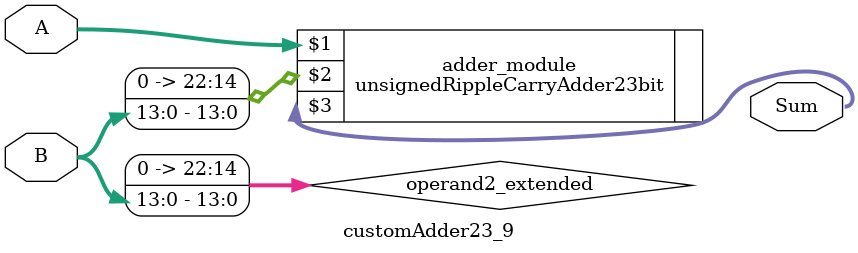
<source format=v>

module customAdder23_9(
                    input [22 : 0] A,
                    input [13 : 0] B,
                    
                    output [23 : 0] Sum
            );

    wire [22 : 0] operand2_extended;
    
    assign operand2_extended =  {9'b0, B};
    
    unsignedRippleCarryAdder23bit adder_module(
        A,
        operand2_extended,
        Sum
    );
    
endmodule
        
</source>
